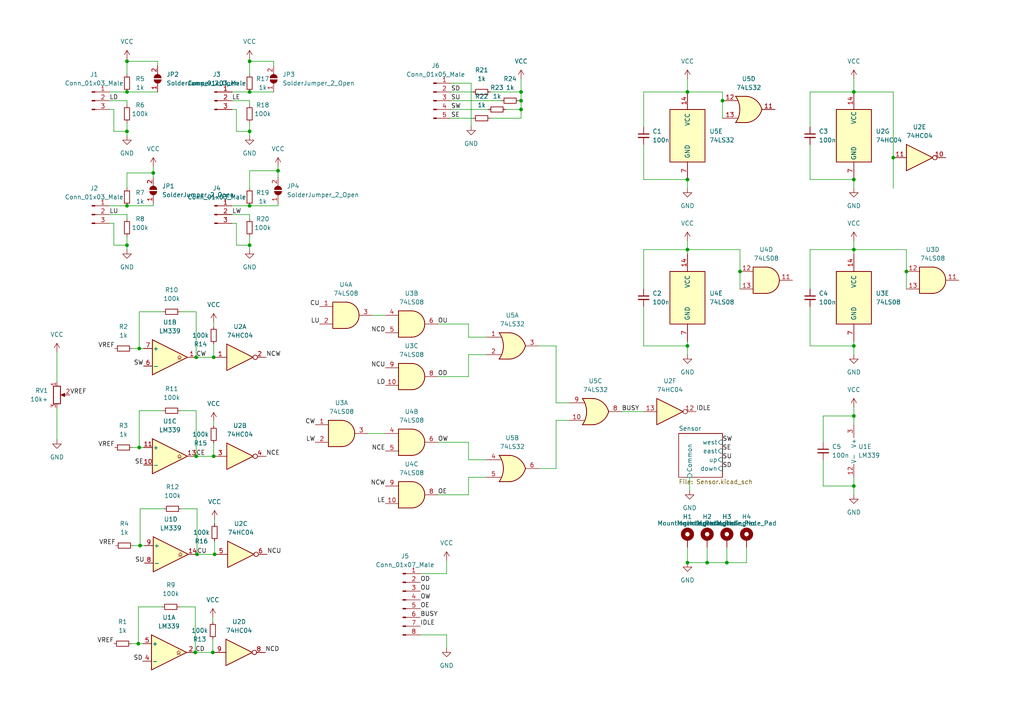
<source format=kicad_sch>
(kicad_sch (version 20211123) (generator eeschema)
  (paper "A4")
  (lib_symbols
    (symbol "74xx:74HC04"
      (property "Reference" "U" (at 0 1.27 0))
      (property "Value" "74HC04" (at 0 -1.27 0))
      (symbol "74HC04_1_0"
        (pin input line (at -7.62 0 0) (length 3.81) (name "~") (number "1"))
        (pin output inverted (at 7.62 0 180) (length 3.81) (name "~") (number "2"))
      )
      (symbol "74HC04_2_0"
        (pin input line (at -7.62 0 0) (length 3.81) (name "~") (number "3"))
        (pin output inverted (at 7.62 0 180) (length 3.81) (name "~") (number "4"))
      )
      (symbol "74HC04_3_0"
        (pin input line (at -7.62 0 0) (length 3.81) (name "~") (number "5"))
        (pin output inverted (at 7.62 0 180) (length 3.81) (name "~") (number "6"))
      )
      (symbol "74HC04_4_0"
        (pin output inverted (at 7.62 0 180) (length 3.81) (name "~") (number "8"))
        (pin input line (at -7.62 0 0) (length 3.81) (name "~") (number "9"))
      )
      (symbol "74HC04_5_0"
        (pin output inverted (at 7.62 0 180) (length 3.81) (name "~") (number "10"))
        (pin input line (at -7.62 0 0) (length 3.81) (name "~") (number "11"))
      )
      (symbol "74HC04_6_0"
        (pin output inverted (at 7.62 0 180) (length 3.81) (name "~") (number "12"))
        (pin input line (at -7.62 0 0) (length 3.81) (name "~") (number "13"))
      )
      (symbol "74HC04_7_0"
        (pin power_in line (at 0 12.7 270) (length 5.08) (name "VCC") (number "14"))
        (pin power_in line (at 0 -12.7 90) (length 5.08) (name "GND") (number "7"))
      )
    )
    (symbol "74xx:74LS08" (pin_names (offset 1.016))
      (property "Reference" "U" (at 0 1.27 0))
      (property "Value" "74LS08" (at 0 -1.27 0))
      (symbol "74LS08_1_1"
        (pin input line (at -7.62 2.54 0) (length 3.81) (name "~") (number "1"))
        (pin input line (at -7.62 -2.54 0) (length 3.81) (name "~") (number "2"))
        (pin output line (at 7.62 0 180) (length 3.81) (name "~") (number "3"))
      )
      (symbol "74LS08_1_2"
        (pin input inverted (at -7.62 2.54 0) (length 4.318) (name "~") (number "1"))
        (pin input inverted (at -7.62 -2.54 0) (length 4.318) (name "~") (number "2"))
        (pin output inverted (at 7.62 0 180) (length 3.81) (name "~") (number "3"))
      )
      (symbol "74LS08_2_1"
        (pin input line (at -7.62 2.54 0) (length 3.81) (name "~") (number "4"))
        (pin input line (at -7.62 -2.54 0) (length 3.81) (name "~") (number "5"))
        (pin output line (at 7.62 0 180) (length 3.81) (name "~") (number "6"))
      )
      (symbol "74LS08_2_2"
        (pin input inverted (at -7.62 2.54 0) (length 4.318) (name "~") (number "4"))
        (pin input inverted (at -7.62 -2.54 0) (length 4.318) (name "~") (number "5"))
        (pin output inverted (at 7.62 0 180) (length 3.81) (name "~") (number "6"))
      )
      (symbol "74LS08_3_1"
        (pin input line (at -7.62 -2.54 0) (length 3.81) (name "~") (number "10"))
        (pin output line (at 7.62 0 180) (length 3.81) (name "~") (number "8"))
        (pin input line (at -7.62 2.54 0) (length 3.81) (name "~") (number "9"))
      )
      (symbol "74LS08_3_2"
        (pin input inverted (at -7.62 -2.54 0) (length 4.318) (name "~") (number "10"))
        (pin output inverted (at 7.62 0 180) (length 3.81) (name "~") (number "8"))
        (pin input inverted (at -7.62 2.54 0) (length 4.318) (name "~") (number "9"))
      )
      (symbol "74LS08_4_1"
        (pin output line (at 7.62 0 180) (length 3.81) (name "~") (number "11"))
        (pin input line (at -7.62 2.54 0) (length 3.81) (name "~") (number "12"))
        (pin input line (at -7.62 -2.54 0) (length 3.81) (name "~") (number "13"))
      )
      (symbol "74LS08_4_2"
        (pin output inverted (at 7.62 0 180) (length 3.81) (name "~") (number "11"))
        (pin input inverted (at -7.62 2.54 0) (length 4.318) (name "~") (number "12"))
        (pin input inverted (at -7.62 -2.54 0) (length 4.318) (name "~") (number "13"))
      )
      (symbol "74LS08_5_0"
        (pin power_in line (at 0 12.7 270) (length 5.08) (name "VCC") (number "14"))
        (pin power_in line (at 0 -12.7 90) (length 5.08) (name "GND") (number "7"))
      )
    )
    (symbol "74xx:74LS32" (pin_names (offset 1.016))
      (property "Reference" "U" (at 0 1.27 0))
      (property "Value" "74LS32" (at 0 -1.27 0))
      (symbol "74LS32_1_1"
        (pin input line (at -7.62 2.54 0) (length 4.318) (name "~") (number "1"))
        (pin input line (at -7.62 -2.54 0) (length 4.318) (name "~") (number "2"))
        (pin output line (at 7.62 0 180) (length 3.81) (name "~") (number "3"))
      )
      (symbol "74LS32_1_2"
        (pin input inverted (at -7.62 2.54 0) (length 3.81) (name "~") (number "1"))
        (pin input inverted (at -7.62 -2.54 0) (length 3.81) (name "~") (number "2"))
        (pin output inverted (at 7.62 0 180) (length 3.81) (name "~") (number "3"))
      )
      (symbol "74LS32_2_1"
        (pin input line (at -7.62 2.54 0) (length 4.318) (name "~") (number "4"))
        (pin input line (at -7.62 -2.54 0) (length 4.318) (name "~") (number "5"))
        (pin output line (at 7.62 0 180) (length 3.81) (name "~") (number "6"))
      )
      (symbol "74LS32_2_2"
        (pin input inverted (at -7.62 2.54 0) (length 3.81) (name "~") (number "4"))
        (pin input inverted (at -7.62 -2.54 0) (length 3.81) (name "~") (number "5"))
        (pin output inverted (at 7.62 0 180) (length 3.81) (name "~") (number "6"))
      )
      (symbol "74LS32_3_1"
        (pin input line (at -7.62 -2.54 0) (length 4.318) (name "~") (number "10"))
        (pin output line (at 7.62 0 180) (length 3.81) (name "~") (number "8"))
        (pin input line (at -7.62 2.54 0) (length 4.318) (name "~") (number "9"))
      )
      (symbol "74LS32_3_2"
        (pin input inverted (at -7.62 -2.54 0) (length 3.81) (name "~") (number "10"))
        (pin output inverted (at 7.62 0 180) (length 3.81) (name "~") (number "8"))
        (pin input inverted (at -7.62 2.54 0) (length 3.81) (name "~") (number "9"))
      )
      (symbol "74LS32_4_1"
        (pin output line (at 7.62 0 180) (length 3.81) (name "~") (number "11"))
        (pin input line (at -7.62 2.54 0) (length 4.318) (name "~") (number "12"))
        (pin input line (at -7.62 -2.54 0) (length 4.318) (name "~") (number "13"))
      )
      (symbol "74LS32_4_2"
        (pin output inverted (at 7.62 0 180) (length 3.81) (name "~") (number "11"))
        (pin input inverted (at -7.62 2.54 0) (length 3.81) (name "~") (number "12"))
        (pin input inverted (at -7.62 -2.54 0) (length 3.81) (name "~") (number "13"))
      )
      (symbol "74LS32_5_0"
        (pin power_in line (at 0 12.7 270) (length 5.08) (name "VCC") (number "14"))
        (pin power_in line (at 0 -12.7 90) (length 5.08) (name "GND") (number "7"))
      )
    )
    (symbol "Comparator:LM339" (pin_names (offset 0.127))
      (property "Reference" "U" (at 0 5.08 0))
      (property "Value" "LM339" (at 0 -5.08 0))
      (symbol "LM339_1_1"
        (pin open_collector line (at 7.62 0 180) (length 2.54) (name "~") (number "2"))
        (pin input line (at -7.62 -2.54 0) (length 2.54) (name "-") (number "4"))
        (pin input line (at -7.62 2.54 0) (length 2.54) (name "+") (number "5"))
      )
      (symbol "LM339_2_1"
        (pin open_collector line (at 7.62 0 180) (length 2.54) (name "~") (number "1"))
        (pin input line (at -7.62 -2.54 0) (length 2.54) (name "-") (number "6"))
        (pin input line (at -7.62 2.54 0) (length 2.54) (name "+") (number "7"))
      )
      (symbol "LM339_3_1"
        (pin input line (at -7.62 -2.54 0) (length 2.54) (name "-") (number "10"))
        (pin input line (at -7.62 2.54 0) (length 2.54) (name "+") (number "11"))
        (pin open_collector line (at 7.62 0 180) (length 2.54) (name "~") (number "13"))
      )
      (symbol "LM339_4_1"
        (pin open_collector line (at 7.62 0 180) (length 2.54) (name "~") (number "14"))
        (pin input line (at -7.62 -2.54 0) (length 2.54) (name "-") (number "8"))
        (pin input line (at -7.62 2.54 0) (length 2.54) (name "+") (number "9"))
      )
      (symbol "LM339_5_1"
        (pin power_in line (at -2.54 -7.62 90) (length 3.81) (name "V-") (number "12"))
        (pin power_in line (at -2.54 7.62 270) (length 3.81) (name "V+") (number "3"))
      )
    )
    (symbol "Connector:Conn_01x03_Male" (pin_names (offset 1.016) hide)
      (property "Reference" "J" (at 0 5.08 0))
      (property "Value" "Conn_01x03_Male" (at 0 -5.08 0))
      (symbol "Conn_01x03_Male_1_1"
        (pin passive line (at 5.08 2.54 180) (length 3.81) (name "Pin_1") (number "1"))
        (pin passive line (at 5.08 0 180) (length 3.81) (name "Pin_2") (number "2"))
        (pin passive line (at 5.08 -2.54 180) (length 3.81) (name "Pin_3") (number "3"))
      )
    )
    (symbol "Connector:Conn_01x05_Male" (pin_names (offset 1.016) hide)
      (property "Reference" "J" (at 0 7.62 0))
      (property "Value" "Conn_01x05_Male" (at 0 -7.62 0))
      (symbol "Conn_01x05_Male_1_1"
        (pin passive line (at 5.08 5.08 180) (length 3.81) (name "Pin_1") (number "1"))
        (pin passive line (at 5.08 2.54 180) (length 3.81) (name "Pin_2") (number "2"))
        (pin passive line (at 5.08 0 180) (length 3.81) (name "Pin_3") (number "3"))
        (pin passive line (at 5.08 -2.54 180) (length 3.81) (name "Pin_4") (number "4"))
        (pin passive line (at 5.08 -5.08 180) (length 3.81) (name "Pin_5") (number "5"))
      )
    )
    (symbol "Connector:Conn_01x08_Male" (pin_names (offset 1.016) hide)
      (property "Reference" "J" (at 0 10.16 0))
      (property "Value" "Conn_01x08_Male" (at 0 -12.7 0))
      (symbol "Conn_01x08_Male_1_1"
        (pin passive line (at 5.08 7.62 180) (length 3.81) (name "Pin_1") (number "1"))
        (pin passive line (at 5.08 5.08 180) (length 3.81) (name "Pin_2") (number "2"))
        (pin passive line (at 5.08 2.54 180) (length 3.81) (name "Pin_3") (number "3"))
        (pin passive line (at 5.08 0 180) (length 3.81) (name "Pin_4") (number "4"))
        (pin passive line (at 5.08 -2.54 180) (length 3.81) (name "Pin_5") (number "5"))
        (pin passive line (at 5.08 -5.08 180) (length 3.81) (name "Pin_6") (number "6"))
        (pin passive line (at 5.08 -7.62 180) (length 3.81) (name "Pin_7") (number "7"))
        (pin passive line (at 5.08 -10.16 180) (length 3.81) (name "Pin_8") (number "8"))
      )
    )
    (symbol "Device:C_Small" (pin_numbers hide) (pin_names (offset 0.254) hide)
      (property "Reference" "C" (at 0.254 1.778 0))
      (property "Value" "C_Small" (at 0.254 -2.032 0))
      (symbol "C_Small_1_1"
        (pin passive line (at 0 2.54 270) (length 2.032) (name "~") (number "1"))
        (pin passive line (at 0 -2.54 90) (length 2.032) (name "~") (number "2"))
      )
    )
    (symbol "Device:R_Potentiometer" (pin_names (offset 1.016) hide)
      (property "Reference" "RV" (at -4.445 0 90))
      (property "Value" "R_Potentiometer" (at -2.54 0 90))
      (symbol "R_Potentiometer_1_1"
        (pin passive line (at 0 3.81 270) (length 1.27) (name "1") (number "1"))
        (pin passive line (at 3.81 0 180) (length 1.27) (name "2") (number "2"))
        (pin passive line (at 0 -3.81 90) (length 1.27) (name "3") (number "3"))
      )
    )
    (symbol "Device:R_Small" (pin_numbers hide) (pin_names (offset 0.254) hide)
      (property "Reference" "R" (at 0.762 0.508 0))
      (property "Value" "R_Small" (at 0.762 -1.016 0))
      (symbol "R_Small_1_1"
        (pin passive line (at 0 2.54 270) (length 0.762) (name "~") (number "1"))
        (pin passive line (at 0 -2.54 90) (length 0.762) (name "~") (number "2"))
      )
    )
    (symbol "Jumper:SolderJumper_2_Open" (pin_names (offset 0) hide)
      (property "Reference" "JP" (at 0 2.032 0))
      (property "Value" "SolderJumper_2_Open" (at 0 -2.54 0))
      (symbol "SolderJumper_2_Open_1_1"
        (pin passive line (at -3.81 0 0) (length 2.54) (name "A") (number "1"))
        (pin passive line (at 3.81 0 180) (length 2.54) (name "B") (number "2"))
      )
    )
    (symbol "Mechanical:MountingHole_Pad" (pin_numbers hide) (pin_names (offset 1.016) hide)
      (property "Reference" "H" (at 0 6.35 0))
      (property "Value" "MountingHole_Pad" (at 0 4.445 0))
      (symbol "MountingHole_Pad_1_1"
        (pin input line (at 0 -2.54 90) (length 2.54) (name "1") (number "1"))
      )
    )
    (symbol "power:GND" (power) (pin_names (offset 0))
      (property "Value" "GND" (at 0 -3.81 0))
      (symbol "GND_1_1"
        (pin power_in line (at 0 0 270) (length 0) hide (name "GND") (number "1"))
      )
    )
    (symbol "power:VCC" (power) (pin_names (offset 0))
      (property "Value" "VCC" (at 0 3.81 0))
      (symbol "VCC_1_1"
        (pin power_in line (at 0 0 90) (length 0) hide (name "VCC") (number "1"))
      )
    )
  )
  (junction (at 61.976 103.632))
  (junction (at 247.65 26.67))
  (junction (at 247.65 100.33))
  (junction (at 210.82 163.195))
  (junction (at 40.64 158.242))
  (junction (at 56.896 132.334))
  (junction (at 214.63 78.74))
  (junction (at 72.39 38.1))
  (junction (at 262.89 78.74))
  (junction (at 247.65 120.65))
  (junction (at 247.65 72.39))
  (junction (at 61.976 132.334))
  (junction (at 199.39 163.195))
  (junction (at 36.83 17.78))
  (junction (at 199.39 72.39))
  (junction (at 151.13 31.75))
  (junction (at 247.65 52.07))
  (junction (at 36.83 26.67))
  (junction (at 199.39 52.07))
  (junction (at 72.39 26.67))
  (junction (at 72.39 71.12))
  (junction (at 199.39 100.33))
  (junction (at 72.39 59.69))
  (junction (at 259.08 45.72))
  (junction (at 151.13 29.21))
  (junction (at 36.83 38.1))
  (junction (at 40.386 129.794))
  (junction (at 72.39 17.78))
  (junction (at 151.13 26.67))
  (junction (at 56.896 103.632))
  (junction (at 209.55 29.21))
  (junction (at 44.45 50.165))
  (junction (at 61.722 189.23))
  (junction (at 36.83 59.69))
  (junction (at 40.386 101.092))
  (junction (at 36.83 71.12))
  (junction (at 199.39 26.67))
  (junction (at 62.23 160.782))
  (junction (at 80.645 49.53))
  (junction (at 205.105 163.195))
  (junction (at 56.642 189.23))
  (junction (at 247.65 140.97))
  (junction (at 57.15 160.782))
  (junction (at 40.132 186.69))
  (wire (pts (xy 16.51 118.364) (xy 16.51 127.508)))
  (wire (pts (xy 151.13 34.29) (xy 151.13 31.75)))
  (wire (pts (xy 38.354 101.092) (xy 40.386 101.092)))
  (wire (pts (xy 38.1 186.69) (xy 40.132 186.69)))
  (wire (pts (xy 80.645 59.055) (xy 80.645 59.69)))
  (wire (pts (xy 61.976 122.174) (xy 61.976 123.444)))
  (wire (pts (xy 33.02 71.12) (xy 36.83 71.12)))
  (wire (pts (xy 140.97 97.79) (xy 135.89 97.79)))
  (wire (pts (xy 79.375 19.05) (xy 79.375 17.78)))
  (wire (pts (xy 129.54 162.56) (xy 129.54 166.37)))
  (wire (pts (xy 106.68 125.73) (xy 111.76 125.73)))
  (wire (pts (xy 186.69 83.82) (xy 186.69 72.39)))
  (wire (pts (xy 214.63 72.39) (xy 214.63 78.74)))
  (wire (pts (xy 247.65 72.39) (xy 262.89 72.39)))
  (wire (pts (xy 40.386 119.126) (xy 40.386 129.794)))
  (wire (pts (xy 61.976 93.472) (xy 61.976 94.742)))
  (wire (pts (xy 129.54 184.15) (xy 121.92 184.15)))
  (wire (pts (xy 247.65 69.85) (xy 247.65 72.39)))
  (wire (pts (xy 72.39 38.1) (xy 72.39 39.37)))
  (wire (pts (xy 186.69 72.39) (xy 199.39 72.39)))
  (wire (pts (xy 72.39 35.56) (xy 72.39 38.1)))
  (wire (pts (xy 56.896 90.424) (xy 56.896 103.632)))
  (wire (pts (xy 135.89 133.35) (xy 135.89 128.27)))
  (wire (pts (xy 262.89 72.39) (xy 262.89 78.74)))
  (wire (pts (xy 31.75 62.23) (xy 36.83 62.23)))
  (wire (pts (xy 199.39 72.39) (xy 214.63 72.39)))
  (wire (pts (xy 68.58 64.77) (xy 68.58 71.12)))
  (wire (pts (xy 72.39 29.21) (xy 72.39 30.48)))
  (wire (pts (xy 142.24 26.67) (xy 151.13 26.67)))
  (wire (pts (xy 247.65 138.43) (xy 247.65 140.97)))
  (wire (pts (xy 199.39 99.06) (xy 199.39 100.33)))
  (wire (pts (xy 247.65 118.11) (xy 247.65 120.65)))
  (wire (pts (xy 36.83 38.1) (xy 36.83 39.37)))
  (wire (pts (xy 80.645 49.53) (xy 80.645 51.435)))
  (wire (pts (xy 199.39 69.85) (xy 199.39 72.39)))
  (wire (pts (xy 40.132 176.022) (xy 40.132 186.69)))
  (wire (pts (xy 129.54 187.96) (xy 129.54 184.15)))
  (wire (pts (xy 209.55 26.67) (xy 209.55 29.21)))
  (wire (pts (xy 36.83 29.21) (xy 31.75 29.21)))
  (wire (pts (xy 135.89 138.43) (xy 135.89 143.51)))
  (wire (pts (xy 40.386 129.794) (xy 41.656 129.794)))
  (wire (pts (xy 156.21 100.33) (xy 161.29 100.33)))
  (wire (pts (xy 135.89 143.51) (xy 127 143.51)))
  (wire (pts (xy 186.69 26.67) (xy 199.39 26.67)))
  (wire (pts (xy 44.45 59.055) (xy 44.45 59.69)))
  (wire (pts (xy 61.976 99.822) (xy 61.976 103.632)))
  (wire (pts (xy 199.39 163.195) (xy 205.105 163.195)))
  (wire (pts (xy 210.82 163.195) (xy 216.535 163.195)))
  (wire (pts (xy 33.02 31.75) (xy 33.02 38.1)))
  (wire (pts (xy 36.83 35.56) (xy 36.83 38.1)))
  (wire (pts (xy 52.578 147.574) (xy 57.15 147.574)))
  (wire (pts (xy 36.83 68.58) (xy 36.83 71.12)))
  (wire (pts (xy 234.95 100.33) (xy 247.65 100.33)))
  (wire (pts (xy 72.39 17.78) (xy 72.39 21.59)))
  (wire (pts (xy 165.1 121.92) (xy 161.29 121.92)))
  (wire (pts (xy 40.386 101.092) (xy 41.656 101.092)))
  (wire (pts (xy 151.13 29.21) (xy 151.13 26.67)))
  (wire (pts (xy 142.24 34.29) (xy 151.13 34.29)))
  (wire (pts (xy 47.244 90.424) (xy 40.386 90.424)))
  (wire (pts (xy 247.65 72.39) (xy 247.65 73.66)))
  (wire (pts (xy 52.07 176.022) (xy 56.642 176.022)))
  (wire (pts (xy 44.45 50.165) (xy 44.45 51.435)))
  (wire (pts (xy 45.72 17.78) (xy 36.83 17.78)))
  (wire (pts (xy 68.58 38.1) (xy 72.39 38.1)))
  (wire (pts (xy 161.29 116.84) (xy 165.1 116.84)))
  (wire (pts (xy 140.97 102.87) (xy 135.89 102.87)))
  (wire (pts (xy 161.29 100.33) (xy 161.29 116.84)))
  (wire (pts (xy 151.13 31.75) (xy 151.13 29.21)))
  (wire (pts (xy 72.39 26.67) (xy 79.375 26.67)))
  (wire (pts (xy 72.39 71.12) (xy 72.39 72.39)))
  (wire (pts (xy 137.16 26.67) (xy 130.81 26.67)))
  (wire (pts (xy 47.244 119.126) (xy 40.386 119.126)))
  (wire (pts (xy 238.76 120.65) (xy 247.65 120.65)))
  (wire (pts (xy 247.65 120.65) (xy 247.65 123.19)))
  (wire (pts (xy 247.65 100.33) (xy 247.65 102.87)))
  (wire (pts (xy 199.39 22.86) (xy 199.39 26.67)))
  (wire (pts (xy 38.608 158.242) (xy 40.64 158.242)))
  (wire (pts (xy 47.498 147.574) (xy 40.64 147.574)))
  (wire (pts (xy 46.99 176.022) (xy 40.132 176.022)))
  (wire (pts (xy 36.83 71.12) (xy 36.83 72.39)))
  (wire (pts (xy 72.39 49.53) (xy 72.39 54.61)))
  (wire (pts (xy 140.97 138.43) (xy 135.89 138.43)))
  (wire (pts (xy 36.83 50.165) (xy 36.83 54.61)))
  (wire (pts (xy 52.324 119.126) (xy 56.896 119.126)))
  (wire (pts (xy 136.652 36.576) (xy 136.652 24.13)))
  (wire (pts (xy 135.89 102.87) (xy 135.89 109.22)))
  (wire (pts (xy 33.02 64.77) (xy 31.75 64.77)))
  (wire (pts (xy 259.08 45.72) (xy 259.08 26.67)))
  (wire (pts (xy 234.95 72.39) (xy 247.65 72.39)))
  (wire (pts (xy 31.75 59.69) (xy 36.83 59.69)))
  (wire (pts (xy 137.16 34.29) (xy 130.81 34.29)))
  (wire (pts (xy 186.69 88.9) (xy 186.69 100.33)))
  (wire (pts (xy 210.82 158.75) (xy 210.82 163.195)))
  (wire (pts (xy 56.896 119.126) (xy 56.896 132.334)))
  (wire (pts (xy 68.58 64.77) (xy 67.31 64.77)))
  (wire (pts (xy 145.415 29.21) (xy 130.81 29.21)))
  (wire (pts (xy 238.76 140.97) (xy 247.65 140.97)))
  (wire (pts (xy 234.95 83.82) (xy 234.95 72.39)))
  (wire (pts (xy 199.39 158.75) (xy 199.39 163.195)))
  (wire (pts (xy 141.605 31.75) (xy 130.81 31.75)))
  (wire (pts (xy 40.64 147.574) (xy 40.64 158.242)))
  (wire (pts (xy 199.39 72.39) (xy 199.39 73.66)))
  (wire (pts (xy 234.95 26.67) (xy 247.65 26.67)))
  (wire (pts (xy 247.65 99.06) (xy 247.65 100.33)))
  (wire (pts (xy 56.896 132.334) (xy 61.976 132.334)))
  (wire (pts (xy 72.39 63.5) (xy 72.39 62.23)))
  (wire (pts (xy 150.495 29.21) (xy 151.13 29.21)))
  (wire (pts (xy 36.83 17.145) (xy 36.83 17.78)))
  (wire (pts (xy 36.83 17.78) (xy 36.83 21.59)))
  (wire (pts (xy 61.722 179.07) (xy 61.722 180.34)))
  (wire (pts (xy 247.65 140.97) (xy 247.65 143.51)))
  (wire (pts (xy 135.89 128.27) (xy 127 128.27)))
  (wire (pts (xy 36.83 26.67) (xy 45.72 26.67)))
  (wire (pts (xy 56.642 189.23) (xy 61.722 189.23)))
  (wire (pts (xy 234.95 52.07) (xy 247.65 52.07)))
  (wire (pts (xy 205.105 158.75) (xy 205.105 163.195)))
  (wire (pts (xy 72.39 17.145) (xy 72.39 17.78)))
  (wire (pts (xy 79.375 17.78) (xy 72.39 17.78)))
  (wire (pts (xy 186.69 52.07) (xy 199.39 52.07)))
  (wire (pts (xy 38.354 129.794) (xy 40.386 129.794)))
  (wire (pts (xy 161.29 135.89) (xy 156.21 135.89)))
  (wire (pts (xy 45.72 19.05) (xy 45.72 17.78)))
  (wire (pts (xy 129.54 166.37) (xy 121.92 166.37)))
  (wire (pts (xy 199.39 26.67) (xy 209.55 26.67)))
  (wire (pts (xy 214.63 78.74) (xy 214.63 83.82)))
  (wire (pts (xy 161.29 121.92) (xy 161.29 135.89)))
  (wire (pts (xy 186.69 100.33) (xy 199.39 100.33)))
  (wire (pts (xy 209.55 29.21) (xy 209.55 34.29)))
  (wire (pts (xy 234.95 36.83) (xy 234.95 26.67)))
  (wire (pts (xy 238.76 133.35) (xy 238.76 140.97)))
  (wire (pts (xy 36.83 59.69) (xy 44.45 59.69)))
  (wire (pts (xy 68.58 71.12) (xy 72.39 71.12)))
  (wire (pts (xy 216.535 163.195) (xy 216.535 158.75)))
  (wire (pts (xy 36.83 62.23) (xy 36.83 63.5)))
  (wire (pts (xy 57.15 147.574) (xy 57.15 160.782)))
  (wire (pts (xy 72.39 68.58) (xy 72.39 71.12)))
  (wire (pts (xy 67.31 26.67) (xy 72.39 26.67)))
  (wire (pts (xy 259.08 26.67) (xy 247.65 26.67)))
  (wire (pts (xy 52.324 90.424) (xy 56.896 90.424)))
  (wire (pts (xy 68.58 31.75) (xy 67.31 31.75)))
  (wire (pts (xy 16.51 102.108) (xy 16.51 110.744)))
  (wire (pts (xy 33.02 38.1) (xy 36.83 38.1)))
  (wire (pts (xy 80.645 59.69) (xy 72.39 59.69)))
  (wire (pts (xy 186.69 41.91) (xy 186.69 52.07)))
  (wire (pts (xy 62.23 156.972) (xy 62.23 160.782)))
  (wire (pts (xy 259.08 45.72) (xy 259.08 54.61)))
  (wire (pts (xy 56.642 176.022) (xy 56.642 189.23)))
  (wire (pts (xy 186.69 36.83) (xy 186.69 26.67)))
  (wire (pts (xy 238.76 128.27) (xy 238.76 120.65)))
  (wire (pts (xy 140.97 133.35) (xy 135.89 133.35)))
  (wire (pts (xy 36.83 50.165) (xy 44.45 50.165)))
  (wire (pts (xy 130.81 24.13) (xy 136.652 24.13)))
  (wire (pts (xy 33.02 31.75) (xy 31.75 31.75)))
  (wire (pts (xy 205.105 163.195) (xy 210.82 163.195)))
  (wire (pts (xy 36.83 29.21) (xy 36.83 30.48)))
  (wire (pts (xy 127 109.22) (xy 135.89 109.22)))
  (wire (pts (xy 33.02 64.77) (xy 33.02 71.12)))
  (wire (pts (xy 72.39 29.21) (xy 67.31 29.21)))
  (wire (pts (xy 151.13 26.67) (xy 151.13 22.86)))
  (wire (pts (xy 40.132 186.69) (xy 41.402 186.69)))
  (wire (pts (xy 57.15 160.782) (xy 62.23 160.782)))
  (wire (pts (xy 62.23 150.622) (xy 62.23 151.892)))
  (wire (pts (xy 234.95 88.9) (xy 234.95 100.33)))
  (wire (pts (xy 68.58 31.75) (xy 68.58 38.1)))
  (wire (pts (xy 61.722 185.42) (xy 61.722 189.23)))
  (wire (pts (xy 247.65 52.07) (xy 247.65 54.61)))
  (wire (pts (xy 31.75 26.67) (xy 36.83 26.67)))
  (wire (pts (xy 247.65 22.86) (xy 247.65 26.67)))
  (wire (pts (xy 135.89 93.98) (xy 127 93.98)))
  (wire (pts (xy 40.386 90.424) (xy 40.386 101.092)))
  (wire (pts (xy 56.896 103.632) (xy 61.976 103.632)))
  (wire (pts (xy 200.025 138.43) (xy 200.025 142.24)))
  (wire (pts (xy 135.89 97.79) (xy 135.89 93.98)))
  (wire (pts (xy 234.95 41.91) (xy 234.95 52.07)))
  (wire (pts (xy 72.39 62.23) (xy 67.31 62.23)))
  (wire (pts (xy 61.976 128.524) (xy 61.976 132.334)))
  (wire (pts (xy 199.39 100.33) (xy 199.39 102.87)))
  (wire (pts (xy 67.31 59.69) (xy 72.39 59.69)))
  (wire (pts (xy 180.34 119.38) (xy 186.69 119.38)))
  (wire (pts (xy 44.45 48.26) (xy 44.45 50.165)))
  (wire (pts (xy 107.95 91.44) (xy 111.76 91.44)))
  (wire (pts (xy 262.89 78.74) (xy 262.89 83.82)))
  (wire (pts (xy 40.64 158.242) (xy 41.91 158.242)))
  (wire (pts (xy 146.685 31.75) (xy 151.13 31.75)))
  (wire (pts (xy 80.645 48.26) (xy 80.645 49.53)))
  (wire (pts (xy 72.39 49.53) (xy 80.645 49.53)))
  (wire (pts (xy 199.39 52.07) (xy 199.39 54.61)))
  (label "NCU" (at 111.76 106.68 180))
  (label "LU" (at 31.75 62.23 0))
  (label "BUSY" (at 121.92 179.07 0))
  (label "OD" (at 121.92 168.91 0))
  (label "CW" (at 91.44 123.19 180))
  (label "SU" (at 130.81 29.21 0))
  (label "NCW" (at 111.76 140.97 180))
  (label "LD" (at 31.75 29.21 0))
  (label "OW" (at 121.92 173.99 0))
  (label "VREF" (at 33.274 101.092 180))
  (label "LW" (at 91.44 128.27 180))
  (label "SD" (at 209.55 135.89 0))
  (label "IDLE" (at 201.93 119.38 0))
  (label "VREF" (at 20.32 114.554 0))
  (label "NCU" (at 77.47 160.782 0))
  (label "OD" (at 127 109.22 0))
  (label "NCE" (at 111.76 130.81 180))
  (label "NCE" (at 77.216 132.334 0))
  (label "OE" (at 127 143.51 0))
  (label "LU" (at 92.71 93.98 180))
  (label "OU" (at 121.92 171.45 0))
  (label "OE" (at 121.92 176.53 0))
  (label "CW" (at 56.896 103.632 0))
  (label "IDLE" (at 121.92 181.61 0))
  (label "SD" (at 130.81 26.67 0))
  (label "LD" (at 111.76 111.76 180))
  (label "NCW" (at 77.216 103.632 0))
  (label "LE" (at 67.31 29.21 0))
  (label "SE" (at 130.81 34.29 0))
  (label "OW" (at 127 128.27 0))
  (label "VREF" (at 33.02 186.69 180))
  (label "CU" (at 57.15 160.782 0))
  (label "OU" (at 127 93.98 0))
  (label "CE" (at 56.896 132.334 0))
  (label "NCD" (at 111.76 96.52 180))
  (label "VREF" (at 33.528 158.242 180))
  (label "SW" (at 41.656 106.172 180))
  (label "SE" (at 209.55 130.81 0))
  (label "CD" (at 56.642 189.23 0))
  (label "SD" (at 41.402 191.77 180))
  (label "BUSY" (at 180.34 119.38 0))
  (label "SU" (at 41.91 163.322 180))
  (label "VREF" (at 33.274 129.794 180))
  (label "SE" (at 41.656 134.874 180))
  (label "NCD" (at 76.962 189.23 0))
  (label "SW" (at 209.55 128.27 0))
  (label "SW" (at 130.81 31.75 0))
  (label "SU" (at 209.55 133.35 0))
  (label "LW" (at 67.31 62.23 0))
  (label "LE" (at 111.76 146.05 180))
  (label "CU" (at 92.71 88.9 180))
  (symbol (lib_id "Jumper:SolderJumper_2_Open") (at 80.645 55.245 90) (unit 1)
    (property "Reference" "JP4" (at 83.185 53.9749 90) (effects (justify right)))
    (property "Value" "SolderJumper_2_Open" (at 83.185 56.5149 90) (effects (justify right)))
    (property "Footprint" "Jumper:SolderJumper-2_P1.3mm_Open_RoundedPad1.0x1.5mm" (effects hide))
  )
  (symbol (lib_id "power:VCC") (at 16.51 102.108 0) (unit 1)
    (property "Reference" "#PWR01" (effects hide))
    (property "Value" "VCC" (at 16.51 97.028 0))
  )
  (symbol (lib_id "power:VCC") (at 72.39 17.145 0) (unit 1)
    (property "Reference" "#PWR011" (effects hide))
    (property "Value" "VCC" (at 72.39 12.065 0))
  )
  (symbol (lib_id "Device:R_Small") (at 61.976 125.984 0) (unit 1)
    (property "Reference" "R15" (at 58.166 128.524 0))
    (property "Value" "100k" (at 58.166 125.984 0))
    (property "Footprint" "Resistor_THT:R_Axial_DIN0309_L9.0mm_D3.2mm_P12.70mm_Horizontal" (effects hide))
  )
  (symbol (lib_id "power:GND") (at 247.65 102.87 0) (unit 1)
    (property "Reference" "#PWR028" (effects hide))
    (property "Value" "GND" (at 247.65 107.95 0))
  )
  (symbol (lib_id "74xx:74LS08") (at 119.38 93.98 0) (unit 2)
    (property "Reference" "U3" (at 119.38 85.09 0))
    (property "Value" "74LS08" (at 119.38 87.63 0))
    (property "Footprint" "Package_DIP:DIP-14_W7.62mm_Socket_LongPads" (effects hide))
    (property "Datasheet" "http://www.ti.com/lit/gpn/sn74LS08" (effects hide))
  )
  (symbol (lib_id "74xx:74LS08") (at 247.65 86.36 0) (unit 5)
    (property "Reference" "U3" (at 254 85.0899 0) (effects (justify left)))
    (property "Value" "74LS08" (at 254 87.6299 0) (effects (justify left)))
    (property "Footprint" "Package_DIP:DIP-14_W7.62mm_Socket_LongPads" (effects hide))
    (property "Datasheet" "http://www.ti.com/lit/gpn/sn74LS08" (effects hide))
  )
  (symbol (lib_id "power:GND") (at 247.65 143.51 0) (unit 1)
    (property "Reference" "#PWR030" (effects hide))
    (property "Value" "GND" (at 247.65 148.59 0))
  )
  (symbol (lib_id "74xx:74LS08") (at 199.39 86.36 0) (unit 5)
    (property "Reference" "U4" (at 205.74 85.0899 0) (effects (justify left)))
    (property "Value" "74LS08" (at 205.74 87.6299 0) (effects (justify left)))
    (property "Footprint" "Package_DIP:DIP-14_W7.62mm_Socket_LongPads" (effects hide))
    (property "Datasheet" "http://www.ti.com/lit/gpn/sn74LS08" (effects hide))
  )
  (symbol (lib_id "Connector:Conn_01x03_Male") (at 26.67 62.23 0) (unit 1)
    (property "Reference" "J2" (at 27.305 54.61 0))
    (property "Value" "Conn_01x03_Male" (at 27.305 57.15 0))
    (property "Footprint" "Connector_PinHeader_2.54mm:PinHeader_1x03_P2.54mm_Vertical" (effects hide))
  )
  (symbol (lib_id "Device:R_Small") (at 147.955 29.21 90) (unit 1)
    (property "Reference" "R24" (at 147.955 22.86 90))
    (property "Value" "1k" (at 147.955 25.4 90))
    (property "Footprint" "Resistor_THT:R_Axial_DIN0309_L9.0mm_D3.2mm_P12.70mm_Horizontal" (effects hide))
  )
  (symbol (lib_id "74xx:74HC04") (at 69.342 189.23 0) (unit 4)
    (property "Reference" "U2" (at 69.342 180.34 0))
    (property "Value" "74HC04" (at 69.342 182.88 0))
    (property "Footprint" "Package_DIP:DIP-14_W7.62mm_Socket_LongPads" (effects hide))
    (property "Datasheet" "https://assets.nexperia.com/documents/data-sheet/74HC_HCT04.pdf" (effects hide))
  )
  (symbol (lib_id "power:VCC") (at 44.45 48.26 0) (unit 1)
    (property "Reference" "#PWR06" (effects hide))
    (property "Value" "VCC" (at 44.45 43.18 0))
  )
  (symbol (lib_id "Device:R_Small") (at 35.56 186.69 90) (unit 1)
    (property "Reference" "R1" (at 35.56 180.34 90))
    (property "Value" "1k" (at 35.56 182.88 90))
    (property "Footprint" "Resistor_THT:R_Axial_DIN0309_L9.0mm_D3.2mm_P12.70mm_Horizontal" (effects hide))
  )
  (symbol (lib_id "Device:R_Potentiometer") (at 16.51 114.554 0) (unit 1)
    (property "Reference" "RV1" (at 13.97 113.2839 0) (effects (justify right)))
    (property "Value" "10k+" (at 13.97 115.8239 0) (effects (justify right)))
    (property "Footprint" "Potentiometer_THT:Potentiometer_Bourns_3296W_Vertical" (effects hide))
  )
  (symbol (lib_id "Jumper:SolderJumper_2_Open") (at 45.72 22.86 90) (unit 1)
    (property "Reference" "JP2" (at 48.26 21.5899 90) (effects (justify right)))
    (property "Value" "SolderJumper_2_Open" (at 48.26 24.1299 90) (effects (justify right)))
    (property "Footprint" "Jumper:SolderJumper-2_P1.3mm_Open_RoundedPad1.0x1.5mm" (effects hide))
  )
  (symbol (lib_id "Device:C_Small") (at 186.69 86.36 0) (unit 1)
    (property "Reference" "C2" (at 189.23 85.0962 0) (effects (justify left)))
    (property "Value" "100n" (at 189.23 87.6362 0) (effects (justify left)))
    (property "Footprint" "Capacitor_THT:C_Disc_D4.3mm_W1.9mm_P5.00mm" (effects hide))
  )
  (symbol (lib_id "Device:C_Small") (at 234.95 39.37 0) (unit 1)
    (property "Reference" "C3" (at 237.49 38.1062 0) (effects (justify left)))
    (property "Value" "100n" (at 237.49 40.6462 0) (effects (justify left)))
    (property "Footprint" "Capacitor_THT:C_Disc_D4.3mm_W1.9mm_P5.00mm" (effects hide))
  )
  (symbol (lib_id "Device:R_Small") (at 139.7 34.29 90) (unit 1)
    (property "Reference" "R22" (at 139.7 27.94 90))
    (property "Value" "1k" (at 139.7 30.48 90))
    (property "Footprint" "Resistor_THT:R_Axial_DIN0309_L9.0mm_D3.2mm_P12.70mm_Horizontal" (effects hide))
  )
  (symbol (lib_id "power:VCC") (at 61.976 93.472 0) (unit 1)
    (property "Reference" "#PWR08" (effects hide))
    (property "Value" "VCC" (at 61.976 88.392 0))
  )
  (symbol (lib_id "Device:C_Small") (at 234.95 86.36 0) (unit 1)
    (property "Reference" "C4" (at 237.49 85.0962 0) (effects (justify left)))
    (property "Value" "100n" (at 237.49 87.6362 0) (effects (justify left)))
    (property "Footprint" "Capacitor_THT:C_Disc_D4.3mm_W1.9mm_P5.00mm" (effects hide))
  )
  (symbol (lib_id "74xx:74LS08") (at 119.38 109.22 0) (unit 3)
    (property "Reference" "U3" (at 119.38 100.33 0))
    (property "Value" "74LS08" (at 119.38 102.87 0))
    (property "Footprint" "Package_DIP:DIP-14_W7.62mm_Socket_LongPads" (effects hide))
    (property "Datasheet" "http://www.ti.com/lit/gpn/sn74LS08" (effects hide))
  )
  (symbol (lib_id "Device:R_Small") (at 36.83 57.15 180) (unit 1)
    (property "Reference" "R7" (at 40.64 55.88 0))
    (property "Value" "1k" (at 40.64 58.42 0))
    (property "Footprint" "Resistor_THT:R_Axial_DIN0309_L9.0mm_D3.2mm_P12.70mm_Horizontal" (effects hide))
  )
  (symbol (lib_id "Device:R_Small") (at 61.722 182.88 0) (unit 1)
    (property "Reference" "R13" (at 57.912 185.42 0))
    (property "Value" "100k" (at 57.912 182.88 0))
    (property "Footprint" "Resistor_THT:R_Axial_DIN0309_L9.0mm_D3.2mm_P12.70mm_Horizontal" (effects hide))
  )
  (symbol (lib_id "Device:R_Small") (at 36.83 24.13 180) (unit 1)
    (property "Reference" "R5" (at 40.64 22.86 0))
    (property "Value" "1k" (at 40.64 25.4 0))
    (property "Footprint" "Resistor_THT:R_Axial_DIN0309_L9.0mm_D3.2mm_P12.70mm_Horizontal" (effects hide))
  )
  (symbol (lib_id "Jumper:SolderJumper_2_Open") (at 79.375 22.86 90) (unit 1)
    (property "Reference" "JP3" (at 81.915 21.5899 90) (effects (justify right)))
    (property "Value" "SolderJumper_2_Open" (at 81.915 24.1299 90) (effects (justify right)))
    (property "Footprint" "Jumper:SolderJumper-2_P1.3mm_Open_RoundedPad1.0x1.5mm" (effects hide))
  )
  (symbol (lib_id "74xx:74HC04") (at 69.596 132.334 0) (unit 2)
    (property "Reference" "U2" (at 69.596 123.444 0))
    (property "Value" "74HC04" (at 69.596 125.984 0))
    (property "Footprint" "Package_DIP:DIP-14_W7.62mm_Socket_LongPads" (effects hide))
    (property "Datasheet" "https://assets.nexperia.com/documents/data-sheet/74HC_HCT04.pdf" (effects hide))
  )
  (symbol (lib_id "Device:R_Small") (at 36.83 33.02 180) (unit 1)
    (property "Reference" "R6" (at 40.64 30.48 0))
    (property "Value" "100k" (at 40.64 33.02 0))
    (property "Footprint" "Resistor_THT:R_Axial_DIN0309_L9.0mm_D3.2mm_P12.70mm_Horizontal" (effects hide))
  )
  (symbol (lib_id "Device:R_Small") (at 49.784 90.424 90) (unit 1)
    (property "Reference" "R10" (at 49.784 84.074 90))
    (property "Value" "100k" (at 49.784 86.614 90))
    (property "Footprint" "Resistor_THT:R_Axial_DIN0309_L9.0mm_D3.2mm_P12.70mm_Horizontal" (effects hide))
  )
  (symbol (lib_id "Device:R_Small") (at 72.39 24.13 180) (unit 1)
    (property "Reference" "R17" (at 76.2 22.86 0))
    (property "Value" "1k" (at 76.2 25.4 0))
    (property "Footprint" "Resistor_THT:R_Axial_DIN0309_L9.0mm_D3.2mm_P12.70mm_Horizontal" (effects hide))
  )
  (symbol (lib_id "Connector:Conn_01x03_Male") (at 62.23 29.21 0) (unit 1)
    (property "Reference" "J3" (at 62.865 21.59 0))
    (property "Value" "Conn_01x03_Male" (at 62.865 24.13 0))
    (property "Footprint" "Connector_PinHeader_2.54mm:PinHeader_1x03_P2.54mm_Vertical" (effects hide))
  )
  (symbol (lib_id "power:VCC") (at 199.39 69.85 0) (unit 1)
    (property "Reference" "#PWR021" (effects hide))
    (property "Value" "VCC" (at 199.39 64.77 0))
  )
  (symbol (lib_id "Device:R_Small") (at 139.7 26.67 90) (unit 1)
    (property "Reference" "R21" (at 139.7 20.32 90))
    (property "Value" "1k" (at 139.7 22.86 90))
    (property "Footprint" "Resistor_THT:R_Axial_DIN0309_L9.0mm_D3.2mm_P12.70mm_Horizontal" (effects hide))
  )
  (symbol (lib_id "Device:C_Small") (at 238.76 130.81 0) (unit 1)
    (property "Reference" "C5" (at 241.3 129.5462 0) (effects (justify left)))
    (property "Value" "100n" (at 241.3 132.0862 0) (effects (justify left)))
    (property "Footprint" "Capacitor_THT:C_Disc_D4.3mm_W1.9mm_P5.00mm" (effects hide))
  )
  (symbol (lib_id "Comparator:LM339") (at 49.276 103.632 0) (unit 2)
    (property "Reference" "U1" (at 49.276 93.472 0))
    (property "Value" "LM339" (at 49.276 96.012 0))
    (property "Footprint" "Package_DIP:DIP-14_W7.62mm_Socket_LongPads" (effects hide))
    (property "Datasheet" "https://www.st.com/resource/en/datasheet/lm139.pdf" (effects hide))
  )
  (symbol (lib_id "Device:R_Small") (at 36.83 66.04 180) (unit 1)
    (property "Reference" "R8" (at 40.64 63.5 0))
    (property "Value" "100k" (at 40.64 66.04 0))
    (property "Footprint" "Resistor_THT:R_Axial_DIN0309_L9.0mm_D3.2mm_P12.70mm_Horizontal" (effects hide))
  )
  (symbol (lib_id "power:GND") (at 36.83 39.37 0) (unit 1)
    (property "Reference" "#PWR04" (effects hide))
    (property "Value" "GND" (at 36.83 44.45 0))
  )
  (symbol (lib_id "Mechanical:MountingHole_Pad") (at 205.105 156.21 0) (unit 1)
    (property "Reference" "H2" (at 205.105 149.86 0))
    (property "Value" "MountingHole_Pad" (at 205.105 151.765 0))
    (property "Footprint" "MountingHole:MountingHole_3.2mm_M3_DIN965_Pad" (effects hide))
  )
  (symbol (lib_id "74xx:74LS32") (at 172.72 119.38 0) (unit 3)
    (property "Reference" "U5" (at 172.72 110.49 0))
    (property "Value" "74LS32" (at 172.72 113.03 0))
    (property "Footprint" "Package_DIP:DIP-14_W7.62mm_Socket_LongPads" (effects hide))
    (property "Datasheet" "http://www.ti.com/lit/gpn/sn74LS32" (effects hide))
  )
  (symbol (lib_id "74xx:74LS08") (at 119.38 143.51 0) (unit 3)
    (property "Reference" "U4" (at 119.38 134.62 0))
    (property "Value" "74LS08" (at 119.38 137.16 0))
    (property "Footprint" "Package_DIP:DIP-14_W7.62mm_Socket_LongPads" (effects hide))
    (property "Datasheet" "http://www.ti.com/lit/gpn/sn74LS08" (effects hide))
  )
  (symbol (lib_id "74xx:74LS08") (at 270.51 81.28 0) (unit 4)
    (property "Reference" "U3" (at 270.51 72.39 0))
    (property "Value" "74LS08" (at 270.51 74.93 0))
    (property "Footprint" "Package_DIP:DIP-14_W7.62mm_Socket_LongPads" (effects hide))
    (property "Datasheet" "http://www.ti.com/lit/gpn/sn74LS08" (effects hide))
  )
  (symbol (lib_id "power:GND") (at 199.39 163.195 0) (unit 1)
    (property "Reference" "#PWR023" (effects hide))
    (property "Value" "GND" (at 199.39 168.275 0))
  )
  (symbol (lib_id "power:GND") (at 72.39 72.39 0) (unit 1)
    (property "Reference" "#PWR013" (effects hide))
    (property "Value" "GND" (at 72.39 77.47 0))
  )
  (symbol (lib_id "Mechanical:MountingHole_Pad") (at 216.535 156.21 0) (unit 1)
    (property "Reference" "H4" (at 216.535 149.86 0))
    (property "Value" "MountingHole_Pad" (at 216.535 151.765 0))
    (property "Footprint" "MountingHole:MountingHole_3.2mm_M3_DIN965_Pad" (effects hide))
  )
  (symbol (lib_id "Connector:Conn_01x03_Male") (at 62.23 62.23 0) (unit 1)
    (property "Reference" "J4" (at 62.865 54.61 0))
    (property "Value" "Conn_01x03_Male" (at 62.865 57.15 0))
    (property "Footprint" "Connector_PinHeader_2.54mm:PinHeader_1x03_P2.54mm_Vertical" (effects hide))
  )
  (symbol (lib_id "power:VCC") (at 62.23 150.622 0) (unit 1)
    (property "Reference" "#PWR010" (effects hide))
    (property "Value" "VCC" (at 62.23 145.542 0))
  )
  (symbol (lib_id "Device:R_Small") (at 72.39 66.04 180) (unit 1)
    (property "Reference" "R20" (at 76.2 63.5 0))
    (property "Value" "100k" (at 76.2 66.04 0))
    (property "Footprint" "Resistor_THT:R_Axial_DIN0309_L9.0mm_D3.2mm_P12.70mm_Horizontal" (effects hide))
  )
  (symbol (lib_id "74xx:74LS08") (at 100.33 91.44 0) (unit 1)
    (property "Reference" "U4" (at 100.33 82.55 0))
    (property "Value" "74LS08" (at 100.33 85.09 0))
    (property "Footprint" "Package_DIP:DIP-14_W7.62mm_Socket_LongPads" (effects hide))
    (property "Datasheet" "http://www.ti.com/lit/gpn/sn74LS08" (effects hide))
  )
  (symbol (lib_id "74xx:74HC04") (at 69.85 160.782 0) (unit 3)
    (property "Reference" "U2" (at 69.85 151.892 0))
    (property "Value" "74HC04" (at 69.85 154.432 0))
    (property "Footprint" "Package_DIP:DIP-14_W7.62mm_Socket_LongPads" (effects hide))
    (property "Datasheet" "https://assets.nexperia.com/documents/data-sheet/74HC_HCT04.pdf" (effects hide))
  )
  (symbol (lib_id "Comparator:LM339") (at 49.53 160.782 0) (unit 4)
    (property "Reference" "U1" (at 49.53 150.622 0))
    (property "Value" "LM339" (at 49.53 153.162 0))
    (property "Footprint" "Package_DIP:DIP-14_W7.62mm_Socket_LongPads" (effects hide))
    (property "Datasheet" "https://www.st.com/resource/en/datasheet/lm139.pdf" (effects hide))
  )
  (symbol (lib_id "power:VCC") (at 247.65 22.86 0) (unit 1)
    (property "Reference" "#PWR025" (effects hide))
    (property "Value" "VCC" (at 247.65 17.78 0))
  )
  (symbol (lib_id "Device:R_Small") (at 72.39 33.02 180) (unit 1)
    (property "Reference" "R18" (at 76.2 30.48 0))
    (property "Value" "100k" (at 76.2 33.02 0))
    (property "Footprint" "Resistor_THT:R_Axial_DIN0309_L9.0mm_D3.2mm_P12.70mm_Horizontal" (effects hide))
  )
  (symbol (lib_id "Comparator:LM339") (at 49.022 189.23 0) (unit 1)
    (property "Reference" "U1" (at 49.022 179.07 0))
    (property "Value" "LM339" (at 49.022 181.61 0))
    (property "Footprint" "Package_DIP:DIP-14_W7.62mm_Socket_LongPads" (effects hide))
    (property "Datasheet" "https://www.st.com/resource/en/datasheet/lm139.pdf" (effects hide))
  )
  (symbol (lib_id "74xx:74LS08") (at 119.38 128.27 0) (unit 2)
    (property "Reference" "U4" (at 119.38 119.38 0))
    (property "Value" "74LS08" (at 119.38 121.92 0))
    (property "Footprint" "Package_DIP:DIP-14_W7.62mm_Socket_LongPads" (effects hide))
    (property "Datasheet" "http://www.ti.com/lit/gpn/sn74LS08" (effects hide))
  )
  (symbol (lib_id "Connector:Conn_01x03_Male") (at 26.67 29.21 0) (unit 1)
    (property "Reference" "J1" (at 27.305 21.59 0))
    (property "Value" "Conn_01x03_Male" (at 27.305 24.13 0))
    (property "Footprint" "Connector_PinHeader_2.54mm:PinHeader_1x03_P2.54mm_Vertical" (effects hide))
  )
  (symbol (lib_id "Device:R_Small") (at 144.145 31.75 90) (unit 1)
    (property "Reference" "R23" (at 144.145 25.4 90))
    (property "Value" "1k" (at 144.145 27.94 90))
    (property "Footprint" "Resistor_THT:R_Axial_DIN0309_L9.0mm_D3.2mm_P12.70mm_Horizontal" (effects hide))
  )
  (symbol (lib_id "74xx:74LS32") (at 199.39 39.37 0) (unit 5)
    (property "Reference" "U5" (at 205.74 38.0999 0) (effects (justify left)))
    (property "Value" "74LS32" (at 205.74 40.6399 0) (effects (justify left)))
    (property "Footprint" "Package_DIP:DIP-14_W7.62mm_Socket_LongPads" (effects hide))
    (property "Datasheet" "http://www.ti.com/lit/gpn/sn74LS32" (effects hide))
  )
  (symbol (lib_id "Mechanical:MountingHole_Pad") (at 199.39 156.21 0) (unit 1)
    (property "Reference" "H1" (at 199.39 149.86 0))
    (property "Value" "MountingHole_Pad" (at 199.39 151.765 0))
    (property "Footprint" "MountingHole:MountingHole_3.2mm_M3_DIN965_Pad" (effects hide))
  )
  (symbol (lib_id "74xx:74HC04") (at 194.31 119.38 0) (unit 6)
    (property "Reference" "U2" (at 194.31 110.49 0))
    (property "Value" "74HC04" (at 194.31 113.03 0))
    (property "Footprint" "Package_DIP:DIP-14_W7.62mm_Socket_LongPads" (effects hide))
    (property "Datasheet" "https://assets.nexperia.com/documents/data-sheet/74HC_HCT04.pdf" (effects hide))
  )
  (symbol (lib_id "Device:R_Small") (at 36.068 158.242 90) (unit 1)
    (property "Reference" "R4" (at 36.068 151.892 90))
    (property "Value" "1k" (at 36.068 154.432 90))
    (property "Footprint" "Resistor_THT:R_Axial_DIN0309_L9.0mm_D3.2mm_P12.70mm_Horizontal" (effects hide))
  )
  (symbol (lib_id "power:VCC") (at 36.83 17.145 0) (unit 1)
    (property "Reference" "#PWR03" (effects hide))
    (property "Value" "VCC" (at 36.83 12.065 0))
  )
  (symbol (lib_id "power:GND") (at 199.39 102.87 0) (unit 1)
    (property "Reference" "#PWR022" (effects hide))
    (property "Value" "GND" (at 199.39 107.95 0))
  )
  (symbol (lib_id "power:GND") (at 200.025 142.24 0) (unit 1)
    (property "Reference" "#PWR024" (effects hide))
    (property "Value" "GND" (at 200.025 147.32 0))
  )
  (symbol (lib_id "Device:R_Small") (at 62.23 154.432 0) (unit 1)
    (property "Reference" "R16" (at 58.42 156.972 0))
    (property "Value" "100k" (at 58.42 154.432 0))
    (property "Footprint" "Resistor_THT:R_Axial_DIN0309_L9.0mm_D3.2mm_P12.70mm_Horizontal" (effects hide))
  )
  (symbol (lib_id "Comparator:LM339") (at 250.19 130.81 0) (unit 5)
    (property "Reference" "U1" (at 248.92 129.5399 0) (effects (justify left)))
    (property "Value" "LM339" (at 248.92 132.0799 0) (effects (justify left)))
    (property "Footprint" "Package_DIP:DIP-14_W7.62mm_Socket_LongPads" (effects hide))
    (property "Datasheet" "https://www.st.com/resource/en/datasheet/lm139.pdf" (effects hide))
  )
  (symbol (lib_id "Comparator:LM339") (at 49.276 132.334 0) (unit 3)
    (property "Reference" "U1" (at 49.276 122.174 0))
    (property "Value" "LM339" (at 49.276 124.714 0))
    (property "Footprint" "Package_DIP:DIP-14_W7.62mm_Socket_LongPads" (effects hide))
    (property "Datasheet" "https://www.st.com/resource/en/datasheet/lm139.pdf" (effects hide))
  )
  (symbol (lib_id "power:VCC") (at 129.54 162.56 0) (unit 1)
    (property "Reference" "#PWR015" (effects hide))
    (property "Value" "VCC" (at 129.54 157.48 0))
  )
  (symbol (lib_id "power:GND") (at 247.65 54.61 0) (unit 1)
    (property "Reference" "#PWR026" (effects hide))
    (property "Value" "GND" (at 247.65 59.69 0))
  )
  (symbol (lib_id "power:GND") (at 199.39 54.61 0) (unit 1)
    (property "Reference" "#PWR020" (effects hide))
    (property "Value" "GND" (at 199.39 59.69 0))
  )
  (symbol (lib_id "74xx:74HC04") (at 247.65 39.37 0) (unit 7)
    (property "Reference" "U2" (at 254 38.0999 0) (effects (justify left)))
    (property "Value" "74HC04" (at 254 40.6399 0) (effects (justify left)))
    (property "Footprint" "Package_DIP:DIP-14_W7.62mm_Socket_LongPads" (effects hide))
    (property "Datasheet" "https://assets.nexperia.com/documents/data-sheet/74HC_HCT04.pdf" (effects hide))
  )
  (symbol (lib_id "power:VCC") (at 80.645 48.26 0) (unit 1)
    (property "Reference" "#PWR014" (effects hide))
    (property "Value" "VCC" (at 80.645 43.18 0))
  )
  (symbol (lib_id "74xx:74LS32") (at 217.17 31.75 0) (unit 4)
    (property "Reference" "U5" (at 217.17 22.86 0))
    (property "Value" "74LS32" (at 217.17 25.4 0))
    (property "Footprint" "Package_DIP:DIP-14_W7.62mm_Socket_LongPads" (effects hide))
    (property "Datasheet" "http://www.ti.com/lit/gpn/sn74LS32" (effects hide))
  )
  (symbol (lib_id "Connector:Conn_01x08_Male") (at 116.84 173.99 0) (unit 1)
    (property "Reference" "J5" (at 117.475 161.29 0))
    (property "Value" "Conn_01x07_Male" (at 117.475 163.83 0))
    (property "Footprint" "Connector_PinHeader_2.54mm:PinHeader_1x08_P2.54mm_Vertical" (effects hide))
  )
  (symbol (lib_id "Device:R_Small") (at 35.814 101.092 90) (unit 1)
    (property "Reference" "R2" (at 35.814 94.742 90))
    (property "Value" "1k" (at 35.814 97.282 90))
    (property "Footprint" "Resistor_THT:R_Axial_DIN0309_L9.0mm_D3.2mm_P12.70mm_Horizontal" (effects hide))
  )
  (symbol (lib_id "Device:R_Small") (at 50.038 147.574 90) (unit 1)
    (property "Reference" "R12" (at 50.038 141.224 90))
    (property "Value" "100k" (at 50.038 143.764 90))
    (property "Footprint" "Resistor_THT:R_Axial_DIN0309_L9.0mm_D3.2mm_P12.70mm_Horizontal" (effects hide))
  )
  (symbol (lib_id "power:GND") (at 72.39 39.37 0) (unit 1)
    (property "Reference" "#PWR012" (effects hide))
    (property "Value" "GND" (at 72.39 44.45 0))
  )
  (symbol (lib_id "Device:R_Small") (at 49.53 176.022 90) (unit 1)
    (property "Reference" "R9" (at 49.53 169.672 90))
    (property "Value" "100k" (at 49.53 172.212 90))
    (property "Footprint" "Resistor_THT:R_Axial_DIN0309_L9.0mm_D3.2mm_P12.70mm_Horizontal" (effects hide))
  )
  (symbol (lib_id "74xx:74LS32") (at 148.59 135.89 0) (unit 2)
    (property "Reference" "U5" (at 148.59 127 0))
    (property "Value" "74LS32" (at 148.59 129.54 0))
    (property "Footprint" "Package_DIP:DIP-14_W7.62mm_Socket_LongPads" (effects hide))
    (property "Datasheet" "http://www.ti.com/lit/gpn/sn74LS32" (effects hide))
  )
  (symbol (lib_id "power:GND") (at 129.54 187.96 0) (unit 1)
    (property "Reference" "#PWR016" (effects hide))
    (property "Value" "GND" (at 129.54 193.04 0))
  )
  (symbol (lib_id "Device:R_Small") (at 72.39 57.15 180) (unit 1)
    (property "Reference" "R19" (at 76.2 55.88 0))
    (property "Value" "1k" (at 76.2 58.42 0))
    (property "Footprint" "Resistor_THT:R_Axial_DIN0309_L9.0mm_D3.2mm_P12.70mm_Horizontal" (effects hide))
  )
  (symbol (lib_id "74xx:74LS08") (at 99.06 125.73 0) (unit 1)
    (property "Reference" "U3" (at 99.06 116.84 0))
    (property "Value" "74LS08" (at 99.06 119.38 0))
    (property "Footprint" "Package_DIP:DIP-14_W7.62mm_Socket_LongPads" (effects hide))
    (property "Datasheet" "http://www.ti.com/lit/gpn/sn74LS08" (effects hide))
  )
  (symbol (lib_id "Jumper:SolderJumper_2_Open") (at 44.45 55.245 90) (unit 1)
    (property "Reference" "JP1" (at 46.99 53.9749 90) (effects (justify right)))
    (property "Value" "SolderJumper_2_Open" (at 46.99 56.5149 90) (effects (justify right)))
    (property "Footprint" "Jumper:SolderJumper-2_P1.3mm_Open_RoundedPad1.0x1.5mm" (effects hide))
  )
  (symbol (lib_id "74xx:74LS32") (at 148.59 100.33 0) (unit 1)
    (property "Reference" "U5" (at 148.59 91.44 0))
    (property "Value" "74LS32" (at 148.59 93.98 0))
    (property "Footprint" "Package_DIP:DIP-14_W7.62mm_Socket_LongPads" (effects hide))
    (property "Datasheet" "http://www.ti.com/lit/gpn/sn74LS32" (effects hide))
  )
  (symbol (lib_id "power:GND") (at 16.51 127.508 0) (unit 1)
    (property "Reference" "#PWR02" (effects hide))
    (property "Value" "GND" (at 16.51 132.588 0))
  )
  (symbol (lib_id "Device:R_Small") (at 35.814 129.794 90) (unit 1)
    (property "Reference" "R3" (at 35.814 123.444 90))
    (property "Value" "1k" (at 35.814 125.984 90))
    (property "Footprint" "Resistor_THT:R_Axial_DIN0309_L9.0mm_D3.2mm_P12.70mm_Horizontal" (effects hide))
  )
  (symbol (lib_id "power:GND") (at 36.83 72.39 0) (unit 1)
    (property "Reference" "#PWR05" (effects hide))
    (property "Value" "GND" (at 36.83 77.47 0))
  )
  (symbol (lib_id "Device:C_Small") (at 186.69 39.37 0) (unit 1)
    (property "Reference" "C1" (at 189.23 38.1062 0) (effects (justify left)))
    (property "Value" "100n" (at 189.23 40.6462 0) (effects (justify left)))
    (property "Footprint" "Capacitor_THT:C_Disc_D4.3mm_W1.9mm_P5.00mm" (effects hide))
  )
  (symbol (lib_id "power:VCC") (at 199.39 22.86 0) (unit 1)
    (property "Reference" "#PWR019" (effects hide))
    (property "Value" "VCC" (at 199.39 17.78 0))
  )
  (symbol (lib_id "Mechanical:MountingHole_Pad") (at 210.82 156.21 0) (unit 1)
    (property "Reference" "H3" (at 210.82 149.86 0))
    (property "Value" "MountingHole_Pad" (at 210.82 151.765 0))
    (property "Footprint" "MountingHole:MountingHole_3.2mm_M3_DIN965_Pad" (effects hide))
  )
  (symbol (lib_id "power:VCC") (at 247.65 118.11 0) (unit 1)
    (property "Reference" "#PWR029" (effects hide))
    (property "Value" "VCC" (at 247.65 113.03 0))
  )
  (symbol (lib_id "Connector:Conn_01x05_Male") (at 125.73 29.21 0) (unit 1)
    (property "Reference" "J6" (at 126.365 19.05 0))
    (property "Value" "Conn_01x05_Male" (at 126.365 21.59 0))
    (property "Footprint" "Connector_PinHeader_2.54mm:PinHeader_1x05_P2.54mm_Vertical" (effects hide))
  )
  (symbol (lib_id "power:VCC") (at 61.722 179.07 0) (unit 1)
    (property "Reference" "#PWR07" (effects hide))
    (property "Value" "VCC" (at 61.722 173.99 0))
  )
  (symbol (lib_id "power:VCC") (at 151.13 22.86 0) (unit 1)
    (property "Reference" "#PWR018" (effects hide))
    (property "Value" "VCC" (at 151.13 17.78 0))
  )
  (symbol (lib_id "power:VCC") (at 61.976 122.174 0) (unit 1)
    (property "Reference" "#PWR09" (effects hide))
    (property "Value" "VCC" (at 61.976 117.094 0))
  )
  (symbol (lib_id "74xx:74LS08") (at 222.25 81.28 0) (unit 4)
    (property "Reference" "U4" (at 222.25 72.39 0))
    (property "Value" "74LS08" (at 222.25 74.93 0))
    (property "Footprint" "Package_DIP:DIP-14_W7.62mm_Socket_LongPads" (effects hide))
    (property "Datasheet" "http://www.ti.com/lit/gpn/sn74LS08" (effects hide))
  )
  (symbol (lib_id "74xx:74HC04") (at 266.7 45.72 0) (unit 5)
    (property "Reference" "U2" (at 266.7 36.83 0))
    (property "Value" "74HC04" (at 266.7 39.37 0))
    (property "Footprint" "Package_DIP:DIP-14_W7.62mm_Socket_LongPads" (effects hide))
    (property "Datasheet" "https://assets.nexperia.com/documents/data-sheet/74HC_HCT04.pdf" (effects hide))
  )
  (symbol (lib_id "power:GND") (at 136.652 36.576 0) (unit 1)
    (property "Reference" "#PWR017" (effects hide))
    (property "Value" "GND" (at 136.652 41.656 0))
  )
  (symbol (lib_id "74xx:74HC04") (at 69.596 103.632 0) (unit 1)
    (property "Reference" "U2" (at 69.596 94.742 0))
    (property "Value" "74HC04" (at 69.596 97.282 0))
    (property "Footprint" "Package_DIP:DIP-14_W7.62mm_Socket_LongPads" (effects hide))
    (property "Datasheet" "https://assets.nexperia.com/documents/data-sheet/74HC_HCT04.pdf" (effects hide))
  )
  (symbol (lib_id "Device:R_Small") (at 49.784 119.126 90) (unit 1)
    (property "Reference" "R11" (at 49.784 112.776 90))
    (property "Value" "100k" (at 49.784 115.316 90))
    (property "Footprint" "Resistor_THT:R_Axial_DIN0309_L9.0mm_D3.2mm_P12.70mm_Horizontal" (effects hide))
  )
  (symbol (lib_id "Device:R_Small") (at 61.976 97.282 0) (unit 1)
    (property "Reference" "R14" (at 58.166 99.822 0))
    (property "Value" "100k" (at 58.166 97.282 0))
    (property "Footprint" "Resistor_THT:R_Axial_DIN0309_L9.0mm_D3.2mm_P12.70mm_Horizontal" (effects hide))
  )
  (symbol (lib_id "power:VCC") (at 247.65 69.85 0) (unit 1)
    (property "Reference" "#PWR027" (effects hide))
    (property "Value" "VCC" (at 247.65 64.77 0))
  )
  (sheet (at 196.85 125.73) (size 12.7 12.7) (stroke (width 0.1524))
    (property "Sheet name" "Sensor" (at 196.85 125.0184 0) (effects (justify left bottom)))
    (property "Sheet file" "Sensor.kicad_sch" (at 196.85 139.0146 0) (effects (justify left top)))
    (pin "west" input (at 209.55 128.27 0))
    (pin "up" input (at 209.55 133.35 0))
    (pin "east" input (at 209.55 130.81 0))
    (pin "down" input (at 209.55 135.89 0))
    (pin "Common" input (at 200.025 138.43 270))
  )
)
</source>
